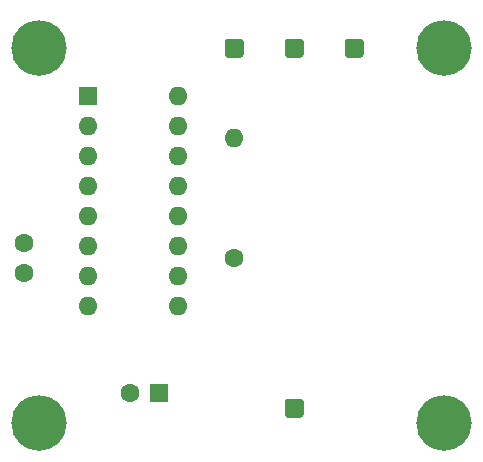
<source format=gbl>
%TF.GenerationSoftware,KiCad,Pcbnew,(5.1.6)-1*%
%TF.CreationDate,2020-08-15T20:34:50-04:00*%
%TF.ProjectId,VCO,56434f2e-6b69-4636-9164-5f7063625858,rev?*%
%TF.SameCoordinates,Original*%
%TF.FileFunction,Copper,L2,Bot*%
%TF.FilePolarity,Positive*%
%FSLAX46Y46*%
G04 Gerber Fmt 4.6, Leading zero omitted, Abs format (unit mm)*
G04 Created by KiCad (PCBNEW (5.1.6)-1) date 2020-08-15 20:34:50*
%MOMM*%
%LPD*%
G01*
G04 APERTURE LIST*
%TA.AperFunction,ComponentPad*%
%ADD10C,4.700000*%
%TD*%
%TA.AperFunction,ComponentPad*%
%ADD11O,1.600000X1.600000*%
%TD*%
%TA.AperFunction,ComponentPad*%
%ADD12R,1.600000X1.600000*%
%TD*%
%TA.AperFunction,ComponentPad*%
%ADD13C,1.600000*%
%TD*%
G04 APERTURE END LIST*
D10*
%TO.P,REF\u002A\u002A,1*%
%TO.N,N/C*%
X154940000Y-115570000D03*
%TD*%
%TO.P,REF\u002A\u002A,1*%
%TO.N,N/C*%
X120650000Y-115570000D03*
%TD*%
%TO.P,REF\u002A\u002A,1*%
%TO.N,N/C*%
X120650000Y-83820000D03*
%TD*%
%TO.P,REF\u002A\u002A,1*%
%TO.N,N/C*%
X154940000Y-83820000D03*
%TD*%
%TO.P,GND,1*%
%TO.N,Earth*%
%TA.AperFunction,ComponentPad*%
G36*
G01*
X141440000Y-84370000D02*
X141440000Y-83270000D01*
G75*
G02*
X141690000Y-83020000I250000J0D01*
G01*
X142790000Y-83020000D01*
G75*
G02*
X143040000Y-83270000I0J-250000D01*
G01*
X143040000Y-84370000D01*
G75*
G02*
X142790000Y-84620000I-250000J0D01*
G01*
X141690000Y-84620000D01*
G75*
G02*
X141440000Y-84370000I0J250000D01*
G01*
G37*
%TD.AperFunction*%
%TD*%
%TO.P,VDD,1*%
%TO.N,Net-(U1-Pad16)*%
%TA.AperFunction,ComponentPad*%
G36*
G01*
X136360000Y-84370000D02*
X136360000Y-83270000D01*
G75*
G02*
X136610000Y-83020000I250000J0D01*
G01*
X137710000Y-83020000D01*
G75*
G02*
X137960000Y-83270000I0J-250000D01*
G01*
X137960000Y-84370000D01*
G75*
G02*
X137710000Y-84620000I-250000J0D01*
G01*
X136610000Y-84620000D01*
G75*
G02*
X136360000Y-84370000I0J250000D01*
G01*
G37*
%TD.AperFunction*%
%TD*%
%TO.P,VCO OUT,1*%
%TO.N,Net-(U1-Pad4)*%
%TA.AperFunction,ComponentPad*%
G36*
G01*
X141440000Y-114850000D02*
X141440000Y-113750000D01*
G75*
G02*
X141690000Y-113500000I250000J0D01*
G01*
X142790000Y-113500000D01*
G75*
G02*
X143040000Y-113750000I0J-250000D01*
G01*
X143040000Y-114850000D01*
G75*
G02*
X142790000Y-115100000I-250000J0D01*
G01*
X141690000Y-115100000D01*
G75*
G02*
X141440000Y-114850000I0J250000D01*
G01*
G37*
%TD.AperFunction*%
%TD*%
%TO.P,VCO IN,1*%
%TO.N,Net-(C2-Pad1)*%
%TA.AperFunction,ComponentPad*%
G36*
G01*
X146520000Y-84370000D02*
X146520000Y-83270000D01*
G75*
G02*
X146770000Y-83020000I250000J0D01*
G01*
X147870000Y-83020000D01*
G75*
G02*
X148120000Y-83270000I0J-250000D01*
G01*
X148120000Y-84370000D01*
G75*
G02*
X147870000Y-84620000I-250000J0D01*
G01*
X146770000Y-84620000D01*
G75*
G02*
X146520000Y-84370000I0J250000D01*
G01*
G37*
%TD.AperFunction*%
%TD*%
D11*
%TO.P,U1,16*%
%TO.N,Net-(U1-Pad16)*%
X132430000Y-87890000D03*
%TO.P,U1,8*%
%TO.N,Earth*%
X124810000Y-105670000D03*
%TO.P,U1,15*%
%TO.N,Net-(U1-Pad15)*%
X132430000Y-90430000D03*
%TO.P,U1,7*%
%TO.N,Net-(C1-Pad2)*%
X124810000Y-103130000D03*
%TO.P,U1,14*%
%TO.N,Net-(U1-Pad14)*%
X132430000Y-92970000D03*
%TO.P,U1,6*%
%TO.N,Net-(C1-Pad1)*%
X124810000Y-100590000D03*
%TO.P,U1,13*%
%TO.N,Net-(U1-Pad13)*%
X132430000Y-95510000D03*
%TO.P,U1,5*%
%TO.N,Earth*%
X124810000Y-98050000D03*
%TO.P,U1,12*%
%TO.N,Net-(U1-Pad12)*%
X132430000Y-98050000D03*
%TO.P,U1,4*%
%TO.N,Net-(U1-Pad4)*%
X124810000Y-95510000D03*
%TO.P,U1,11*%
%TO.N,Net-(R1-Pad1)*%
X132430000Y-100590000D03*
%TO.P,U1,3*%
%TO.N,Net-(U1-Pad3)*%
X124810000Y-92970000D03*
%TO.P,U1,10*%
%TO.N,Net-(U1-Pad10)*%
X132430000Y-103130000D03*
%TO.P,U1,2*%
%TO.N,Net-(U1-Pad2)*%
X124810000Y-90430000D03*
%TO.P,U1,9*%
%TO.N,Net-(C2-Pad1)*%
X132430000Y-105670000D03*
D12*
%TO.P,U1,1*%
%TO.N,Net-(U1-Pad1)*%
X124810000Y-87890000D03*
%TD*%
D11*
%TO.P,R1,2*%
%TO.N,Earth*%
X137160000Y-91440000D03*
D13*
%TO.P,R1,1*%
%TO.N,Net-(R1-Pad1)*%
X137160000Y-101600000D03*
%TD*%
%TO.P,C2,2*%
%TO.N,Earth*%
X128310000Y-113030000D03*
D12*
%TO.P,C2,1*%
%TO.N,Net-(C2-Pad1)*%
X130810000Y-113030000D03*
%TD*%
D13*
%TO.P,C1,2*%
%TO.N,Net-(C1-Pad2)*%
X119380000Y-102830000D03*
%TO.P,C1,1*%
%TO.N,Net-(C1-Pad1)*%
X119380000Y-100330000D03*
%TD*%
M02*

</source>
